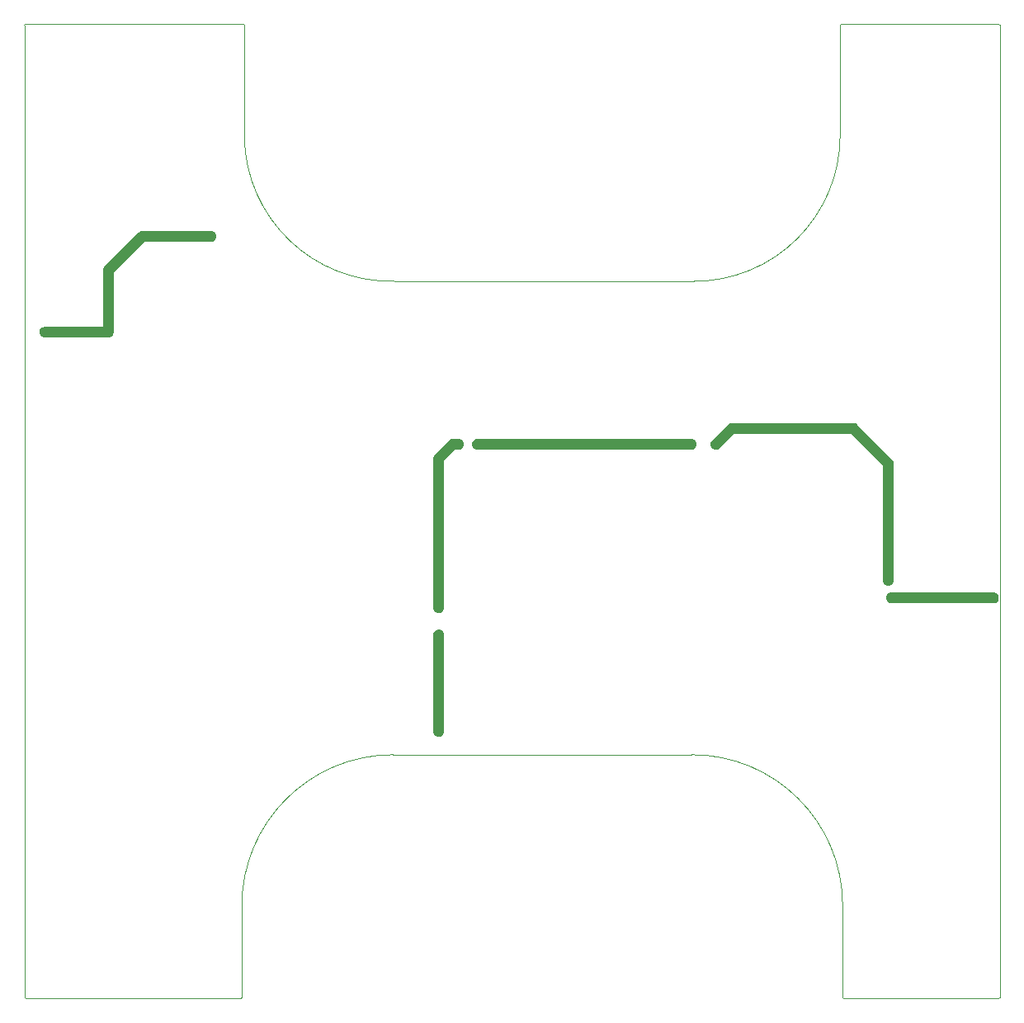
<source format=gbr>
G04 Layer_Color=0*
%FSLAX25Y25*%
%MOIN*%
%TF.FileFunction,Profile,NP*%
%TF.Part,Single*%
G01*
G75*
%TA.AperFunction,Profile*%
%ADD94C,0.00100*%
G36*
X280632Y194768D02*
X280327Y194463D01*
X279531Y194133D01*
X278669Y194133D01*
X277873Y194463D01*
X277263Y195073D01*
X276933Y195869D01*
X276933Y196731D01*
X277263Y197527D01*
X277568Y197832D01*
Y197832D01*
X284068Y204332D01*
X284219Y204483D01*
X284573Y204721D01*
X284968Y204884D01*
X285386Y204967D01*
X285600Y204967D01*
X285600Y204967D01*
X334600Y204967D01*
X334814Y204967D01*
X335234Y204883D01*
X335629Y204719D01*
X335985Y204480D01*
X336136Y204328D01*
X336136Y204328D01*
X350132Y190332D01*
X350283Y190181D01*
X350521Y189827D01*
X350684Y189432D01*
X350767Y189013D01*
X350767Y188800D01*
X350767Y188800D01*
Y141300D01*
Y140869D01*
X350437Y140073D01*
X349827Y139463D01*
X349031Y139133D01*
X348169D01*
X347373Y139463D01*
X346763Y140073D01*
X346433Y140869D01*
Y141300D01*
D01*
Y187902D01*
X333702Y200633D01*
X286497D01*
X280632Y194768D01*
D02*
G37*
G36*
X182600Y194133D02*
X182169D01*
X181373Y194463D01*
X180763Y195073D01*
X180433Y195869D01*
Y196731D01*
X180763Y197527D01*
X181373Y198137D01*
X182169Y198467D01*
X182600D01*
D01*
X269100D01*
X269531D01*
X270327Y198137D01*
X270937Y197527D01*
X271267Y196731D01*
Y196300D01*
Y195869D01*
X270937Y195073D01*
X270327Y194463D01*
X269531Y194133D01*
X269100D01*
D01*
X182600D01*
D02*
G37*
G36*
X164933Y80300D02*
Y79869D01*
X165263Y79073D01*
X165873Y78463D01*
X166669Y78133D01*
X167531D01*
X168327Y78463D01*
X168937Y79073D01*
X169267Y79869D01*
Y80300D01*
D01*
Y119300D01*
Y119731D01*
X168937Y120527D01*
X168327Y121137D01*
X167531Y121467D01*
X166669D01*
X165873Y121137D01*
X165263Y120527D01*
X164933Y119731D01*
Y119300D01*
D01*
Y80300D01*
D02*
G37*
G36*
X349827Y132133D02*
X349396D01*
X348600Y132463D01*
X347990Y133073D01*
X347661Y133869D01*
Y134731D01*
X347990Y135527D01*
X348600Y136137D01*
X349396Y136467D01*
X349827D01*
D01*
X391900Y136467D01*
X392194Y136310D01*
X392678Y135849D01*
X393021Y135277D01*
X393199Y134634D01*
X393199Y133966D01*
X393021Y133323D01*
X392678Y132751D01*
X392194Y132290D01*
X391900Y132133D01*
X391900Y132133D01*
X349827Y132133D01*
D02*
G37*
G36*
X8100Y239633D02*
X7669D01*
X6873Y239963D01*
X6263Y240573D01*
X5933Y241369D01*
Y242231D01*
X6263Y243027D01*
X6873Y243637D01*
X7669Y243967D01*
X8100D01*
D01*
X31433D01*
Y266800D01*
X31433Y267014D01*
X31517Y267434D01*
X31681Y267829D01*
X31920Y268185D01*
X32071Y268336D01*
X32071Y268336D01*
X45568Y281832D01*
X45719Y281983D01*
X46073Y282221D01*
X46468Y282384D01*
X46887Y282467D01*
X47100Y282467D01*
X47100Y282467D01*
X75100Y282467D01*
X75531Y282467D01*
X76327Y282137D01*
X76937Y281527D01*
X77267Y280731D01*
X77267Y280300D01*
X77267Y279869D01*
X76937Y279073D01*
X76327Y278463D01*
X75531Y278133D01*
X75100Y278133D01*
X75100D01*
X47997D01*
X35767Y265902D01*
X35767Y241800D01*
X35767Y241369D01*
X35437Y240573D01*
X34827Y239963D01*
X34031Y239633D01*
X33600Y239633D01*
X33600D01*
X8100D01*
D02*
G37*
G36*
X164933Y130300D02*
Y190800D01*
Y191014D01*
X165017Y191434D01*
X165181Y191829D01*
X165420Y192185D01*
X165571Y192336D01*
D01*
X165568Y192332D01*
X171068Y197832D01*
X171064Y197828D01*
X171215Y197980D01*
X171571Y198219D01*
X171966Y198383D01*
X172386Y198467D01*
X172600D01*
D01*
X175100D01*
X175531D01*
X176327Y198137D01*
X176937Y197527D01*
X177267Y196731D01*
Y196300D01*
Y195869D01*
X176937Y195073D01*
X176327Y194463D01*
X175531Y194133D01*
X175100D01*
D01*
X173497D01*
X169267Y189902D01*
Y130300D01*
Y129869D01*
X168937Y129073D01*
X168327Y128463D01*
X167531Y128133D01*
X166669D01*
X165873Y128463D01*
X165263Y129073D01*
X164933Y129869D01*
Y130300D01*
D01*
D02*
G37*
D94*
X100Y-27595D02*
X87100D01*
D02*
G03*
X87495Y-27200I0J395D01*
G01*
Y9800D01*
D02*
G02*
X148600Y70905I61105J0D01*
G01*
X269100D01*
D02*
G03*
X269102Y70905I0J395D01*
G01*
D02*
G02*
X330205Y10299I248J-60855D01*
G01*
Y-27200D01*
D02*
G03*
X330600Y-27595I395J0D01*
G01*
X393300D01*
D02*
G03*
X393695Y-27200I0J395D01*
G01*
Y365700D01*
D02*
G03*
X393300Y366095I-395J0D01*
G01*
X329600D01*
D02*
G03*
X329205Y365700I0J-395D01*
G01*
Y321051D01*
D02*
G02*
X270101Y262195I-58980J124D01*
G01*
D02*
G03*
X270100Y262195I-1J-395D01*
G01*
X149100D01*
D02*
G03*
X149092Y262195I0J-395D01*
G01*
Y262195D01*
D02*
G02*
X88495Y320304I-1242J59355D01*
G01*
D02*
G02*
X88495Y320308I59355J1246D01*
G01*
X88495Y320300D01*
Y365700D01*
D02*
G03*
X88100Y366095I-395J0D01*
G01*
X100D01*
D02*
G03*
X-292Y365650I0J-395D01*
G01*
D02*
G03*
X-295Y365600I392J-50D01*
G01*
Y-27200D01*
D02*
G03*
X100Y-27595I395J0D01*
G01*
%TF.MD5,23ba483cb8126133d3bc6bc95a871f11*%
M02*

</source>
